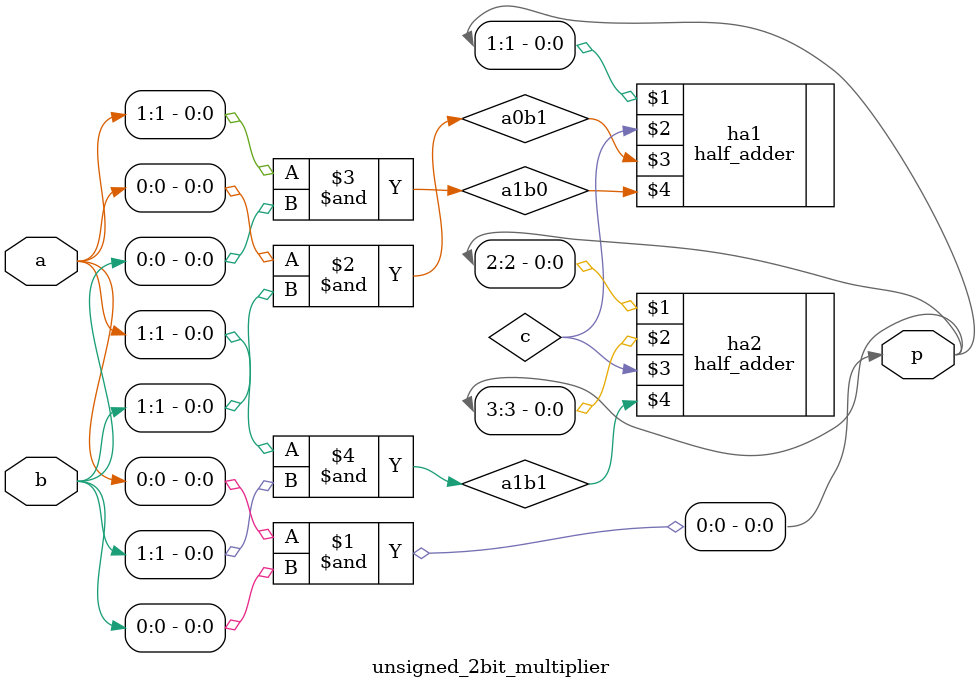
<source format=v>
module unsigned_2bit_multiplier (p, a, b);
    output [3:0] p;
    input [1:0] a;
    input [1:0] b;

    wire a0b1, a1b0, a1b1, c;

    and (p[0], a[0], b[0]);
    and (a0b1, a[0], b[1]);
    and (a1b0, a[1], b[0]);
    and (a1b1, a[1], b[1]);

    half_adder ha1 (p[1], c, a0b1, a1b0);
    half_adder ha2 (p[2], p[3], c, a1b1);
endmodule

</source>
